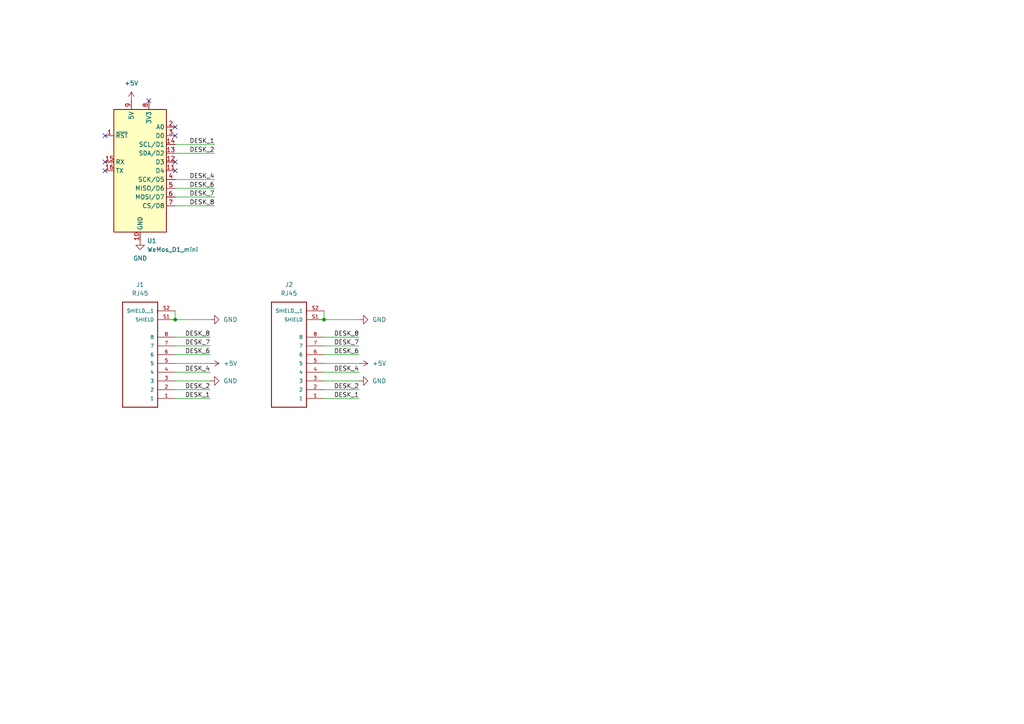
<source format=kicad_sch>
(kicad_sch (version 20211123) (generator eeschema)
  (paper "A4")
  (lib_symbols
    (symbol "A-2004-2-4-LPS-N-R:A-2004-2-4-LPS-N-R" (pin_names (offset 1.016))
      (property "Reference" "J" (at -5.08 13.97 0))
      (property "Value" "A-2004-2-4-LPS-N-R" (at -5.08 -19.05 0))
      (symbol "A-2004-2-4-LPS-N-R_0_0"
        (polyline (pts (xy -5.08 -17.78) (xy 5.08 -17.78)) (stroke (width 0.254)))
        (polyline (pts (xy -5.08 -14.732) (xy -5.08 -15.748)) (stroke (width 0.254)))
        (polyline (pts (xy -5.08 12.7) (xy -5.08 -17.78)) (stroke (width 0.254)))
        (polyline (pts (xy 5.08 -17.78) (xy 5.08 12.7)) (stroke (width 0.254)))
        (polyline (pts (xy 5.08 12.7) (xy -5.08 12.7)) (stroke (width 0.254)))
        (pin passive line (at -10.16 10.16 0) (length 5.08) (name "1") (number "1"))
        (pin passive line (at -10.16 7.62 0) (length 5.08) (name "2") (number "2"))
        (pin passive line (at -10.16 5.08 0) (length 5.08) (name "3") (number "3"))
        (pin passive line (at -10.16 2.54 0) (length 5.08) (name "4") (number "4"))
        (pin passive line (at -10.16 0 0) (length 5.08) (name "5") (number "5"))
        (pin passive line (at -10.16 -2.54 0) (length 5.08) (name "6") (number "6"))
        (pin passive line (at -10.16 -5.08 0) (length 5.08) (name "7") (number "7"))
        (pin passive line (at -10.16 -7.62 0) (length 5.08) (name "8") (number "8"))
        (pin passive line (at -10.16 -12.7 0) (length 5.08) (name "SHIELD") (number "S1"))
        (pin passive line (at -10.16 -15.24 0) (length 5.08) (name "SHIELD__1") (number "S2"))
      )
    )
    (symbol "MCU_Module:WeMos_D1_mini"
      (property "Reference" "U" (at 3.81 19.05 0))
      (property "Value" "WeMos_D1_mini" (at 1.27 -19.05 0))
      (symbol "WeMos_D1_mini_1_1"
        (rectangle (start -7.62 17.78) (end 7.62 -17.78) (stroke (width 0.254)) (fill (type background)))
        (pin input line (at -10.16 10.16 0) (length 2.54) (name "~{RST}") (number "1"))
        (pin power_in line (at 0 -20.32 90) (length 2.54) (name "GND") (number "10"))
        (pin bidirectional line (at 10.16 0 180) (length 2.54) (name "D4") (number "11"))
        (pin bidirectional line (at 10.16 2.54 180) (length 2.54) (name "D3") (number "12"))
        (pin bidirectional line (at 10.16 5.08 180) (length 2.54) (name "SDA/D2") (number "13"))
        (pin bidirectional line (at 10.16 7.62 180) (length 2.54) (name "SCL/D1") (number "14"))
        (pin input line (at -10.16 2.54 0) (length 2.54) (name "RX") (number "15"))
        (pin output line (at -10.16 0 0) (length 2.54) (name "TX") (number "16"))
        (pin input line (at 10.16 12.7 180) (length 2.54) (name "A0") (number "2"))
        (pin bidirectional line (at 10.16 10.16 180) (length 2.54) (name "D0") (number "3"))
        (pin bidirectional line (at 10.16 -2.54 180) (length 2.54) (name "SCK/D5") (number "4"))
        (pin bidirectional line (at 10.16 -5.08 180) (length 2.54) (name "MISO/D6") (number "5"))
        (pin bidirectional line (at 10.16 -7.62 180) (length 2.54) (name "MOSI/D7") (number "6"))
        (pin bidirectional line (at 10.16 -10.16 180) (length 2.54) (name "CS/D8") (number "7"))
        (pin power_out line (at 2.54 20.32 270) (length 2.54) (name "3V3") (number "8"))
        (pin power_in line (at -2.54 20.32 270) (length 2.54) (name "5V") (number "9"))
      )
    )
    (symbol "power:+5V" (power) (pin_names (offset 0))
      (property "Value" "+5V" (at 0 3.556 0))
      (symbol "+5V_0_1"
        (polyline (pts (xy -0.762 1.27) (xy 0 2.54)))
        (polyline (pts (xy 0 0) (xy 0 2.54)))
        (polyline (pts (xy 0 2.54) (xy 0.762 1.27)))
      )
      (symbol "+5V_1_1"
        (pin power_in line (at 0 0 90) (length 0) hide (name "+5V") (number "1"))
      )
    )
    (symbol "power:GND" (power) (pin_names (offset 0))
      (property "Value" "GND" (at 0 -3.81 0))
      (symbol "GND_0_1"
        (polyline (pts (xy 0 0) (xy 0 -1.27) (xy 1.27 -1.27) (xy 0 -2.54) (xy -1.27 -1.27) (xy 0 -1.27)))
      )
      (symbol "GND_1_1"
        (pin power_in line (at 0 0 270) (length 0) hide (name "GND") (number "1"))
      )
    )
  )
  (junction (at 50.8 92.71))
  (junction (at 93.98 92.71))
  (no_connect (at 43.18 29.21))
  (no_connect (at 50.8 36.83))
  (no_connect (at 50.8 39.37))
  (no_connect (at 30.48 46.99))
  (no_connect (at 30.48 39.37))
  (no_connect (at 30.48 49.53))
  (no_connect (at 50.8 46.99))
  (no_connect (at 50.8 49.53))
  (wire (pts (xy 50.8 102.87) (xy 60.96 102.87)))
  (wire (pts (xy 50.8 90.17) (xy 50.8 92.71)))
  (wire (pts (xy 93.98 105.41) (xy 104.14 105.41)))
  (wire (pts (xy 50.8 57.15) (xy 62.23 57.15)))
  (wire (pts (xy 50.8 110.49) (xy 60.96 110.49)))
  (wire (pts (xy 50.8 113.03) (xy 60.96 113.03)))
  (wire (pts (xy 50.8 54.61) (xy 62.23 54.61)))
  (wire (pts (xy 50.8 107.95) (xy 60.96 107.95)))
  (wire (pts (xy 50.8 44.45) (xy 62.23 44.45)))
  (wire (pts (xy 93.98 115.57) (xy 104.14 115.57)))
  (wire (pts (xy 93.98 100.33) (xy 104.14 100.33)))
  (wire (pts (xy 50.8 100.33) (xy 60.96 100.33)))
  (wire (pts (xy 50.8 105.41) (xy 60.96 105.41)))
  (wire (pts (xy 93.98 92.71) (xy 104.14 92.71)))
  (wire (pts (xy 50.8 92.71) (xy 60.96 92.71)))
  (wire (pts (xy 50.8 41.91) (xy 62.23 41.91)))
  (wire (pts (xy 93.98 97.79) (xy 104.14 97.79)))
  (wire (pts (xy 93.98 107.95) (xy 104.14 107.95)))
  (wire (pts (xy 50.8 97.79) (xy 60.96 97.79)))
  (wire (pts (xy 50.8 52.07) (xy 62.23 52.07)))
  (wire (pts (xy 50.8 59.69) (xy 62.23 59.69)))
  (wire (pts (xy 93.98 113.03) (xy 104.14 113.03)))
  (wire (pts (xy 93.98 102.87) (xy 104.14 102.87)))
  (wire (pts (xy 93.98 90.17) (xy 93.98 92.71)))
  (wire (pts (xy 93.98 110.49) (xy 104.14 110.49)))
  (wire (pts (xy 50.8 115.57) (xy 60.96 115.57)))
  (label "DESK_1" (at 62.23 41.91 180))
  (label "DESK_4" (at 62.23 52.07 180))
  (label "DESK_7" (at 104.14 100.33 180))
  (label "DESK_8" (at 62.23 59.69 180))
  (label "DESK_1" (at 104.14 115.57 180))
  (label "DESK_6" (at 104.14 102.87 180))
  (label "DESK_4" (at 104.14 107.95 180))
  (label "DESK_2" (at 60.96 113.03 180))
  (label "DESK_4" (at 60.96 107.95 180))
  (label "DESK_2" (at 104.14 113.03 180))
  (label "DESK_7" (at 62.23 57.15 180))
  (label "DESK_6" (at 60.96 102.87 180))
  (label "DESK_8" (at 60.96 97.79 180))
  (label "DESK_6" (at 62.23 54.61 180))
  (label "DESK_2" (at 62.23 44.45 180))
  (label "DESK_8" (at 104.14 97.79 180))
  (label "DESK_7" (at 60.96 100.33 180))
  (label "DESK_1" (at 60.96 115.57 180))
  (symbol (lib_id "power:GND") (at 60.96 110.49 90) (unit 1)
    (property "Reference" "#PWR0105" (effects hide))
    (property "Value" "GND" (at 64.77 110.4899 90) (effects (justify right)))
  )
  (symbol (lib_id "A-2004-2-4-LPS-N-R:A-2004-2-4-LPS-N-R") (at 40.64 105.41 180) (unit 1)
    (property "Reference" "J1" (at 40.64 82.55 0))
    (property "Value" "RJ45" (at 40.64 85.09 0))
    (property "Footprint" "footprints:ASSMANN_A-2004-2-4-LPS-N-R" (effects hide))
    (property "MANUFACTURER" "Assmann WSW Components" (effects hide))
    (property "STANDARD" "Manufacturer recommendations" (effects hide))
    (property "MAXIMUM_PACKAGE_HEIGHT" "13.4mm" (effects hide))
    (property "PARTREV" "00" (effects hide))
  )
  (symbol (lib_id "power:GND") (at 104.14 110.49 90) (unit 1)
    (property "Reference" "#PWR0106" (effects hide))
    (property "Value" "GND" (at 107.95 110.4899 90) (effects (justify right)))
  )
  (symbol (lib_id "power:GND") (at 40.64 69.85 0) (unit 1)
    (property "Reference" "#PWR0102" (effects hide))
    (property "Value" "GND" (at 40.64 74.93 0))
  )
  (symbol (lib_id "power:GND") (at 104.14 92.71 90) (unit 1)
    (property "Reference" "#PWR01" (effects hide))
    (property "Value" "GND" (at 107.95 92.7099 90) (effects (justify right)))
  )
  (symbol (lib_id "MCU_Module:WeMos_D1_mini") (at 40.64 49.53 0) (unit 1)
    (property "Reference" "U1" (at 42.6594 69.85 0) (effects (justify left)))
    (property "Value" "WeMos_D1_mini" (at 42.6594 72.39 0) (effects (justify left)))
    (property "Footprint" "Module:WEMOS_D1_mini_light" (effects hide))
    (property "Datasheet" "https://wiki.wemos.cc/products:d1:d1_mini#documentation" (effects hide))
  )
  (symbol (lib_id "power:+5V") (at 104.14 105.41 270) (unit 1)
    (property "Reference" "#PWR0107" (effects hide))
    (property "Value" "+5V" (at 107.95 105.4099 90) (effects (justify left)))
  )
  (symbol (lib_id "A-2004-2-4-LPS-N-R:A-2004-2-4-LPS-N-R") (at 83.82 105.41 180) (unit 1)
    (property "Reference" "J2" (at 83.82 82.55 0))
    (property "Value" "RJ45" (at 83.82 85.09 0))
    (property "Footprint" "footprints:ASSMANN_A-2004-2-4-LPS-N-R" (effects hide))
    (property "MANUFACTURER" "Assmann WSW Components" (effects hide))
    (property "STANDARD" "Manufacturer recommendations" (effects hide))
    (property "MAXIMUM_PACKAGE_HEIGHT" "13.4mm" (effects hide))
    (property "PARTREV" "00" (effects hide))
  )
  (symbol (lib_id "power:GND") (at 60.96 92.71 90) (unit 1)
    (property "Reference" "#PWR0103" (effects hide))
    (property "Value" "GND" (at 64.77 92.7099 90) (effects (justify right)))
  )
  (symbol (lib_id "power:+5V") (at 60.96 105.41 270) (unit 1)
    (property "Reference" "#PWR0104" (effects hide))
    (property "Value" "+5V" (at 64.77 105.4099 90) (effects (justify left)))
  )
  (symbol (lib_id "power:+5V") (at 38.1 29.21 0) (unit 1)
    (property "Reference" "#PWR0101" (effects hide))
    (property "Value" "+5V" (at 38.1 24.13 0))
  )
)
</source>
